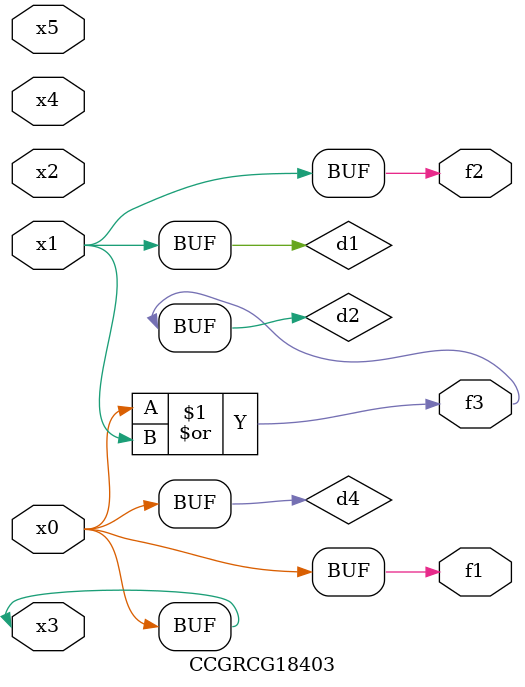
<source format=v>
module CCGRCG18403(
	input x0, x1, x2, x3, x4, x5,
	output f1, f2, f3
);

	wire d1, d2, d3, d4;

	and (d1, x1);
	or (d2, x0, x1);
	nand (d3, x0, x5);
	buf (d4, x0, x3);
	assign f1 = d4;
	assign f2 = d1;
	assign f3 = d2;
endmodule

</source>
